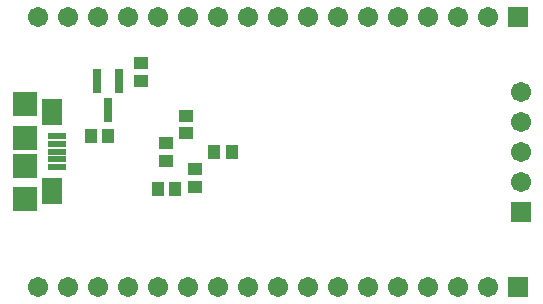
<source format=gbs>
G04*
G04 #@! TF.GenerationSoftware,Altium Limited,Altium Designer,22.4.2 (48)*
G04*
G04 Layer_Color=16711935*
%FSLAX26Y26*%
%MOIN*%
G70*
G04*
G04 #@! TF.SameCoordinates,6CEC26E3-1FB6-4E6F-AFBB-73261986176E*
G04*
G04*
G04 #@! TF.FilePolarity,Negative*
G04*
G01*
G75*
%ADD20R,0.039496X0.045402*%
%ADD21R,0.045402X0.039496*%
%ADD26C,0.067055*%
%ADD27R,0.067055X0.067055*%
%ADD28R,0.067055X0.067055*%
%ADD42R,0.031622X0.078866*%
%ADD43R,0.082677X0.078740*%
%ADD44R,0.061024X0.023622*%
%ADD45R,0.070866X0.090551*%
%ADD46R,0.082677X0.082677*%
D20*
X275591Y602362D02*
D03*
X334646D02*
D03*
X746063Y551181D02*
D03*
X687008D02*
D03*
X558071Y425197D02*
D03*
X499016D02*
D03*
D21*
X442913Y847441D02*
D03*
Y788386D02*
D03*
X593504Y612205D02*
D03*
Y671260D02*
D03*
X527559Y519685D02*
D03*
Y578740D02*
D03*
X625000Y435039D02*
D03*
Y494094D02*
D03*
D26*
X1708661Y751181D02*
D03*
Y651181D02*
D03*
Y551181D02*
D03*
Y451181D02*
D03*
X100000Y1001181D02*
D03*
X200000D02*
D03*
X300000D02*
D03*
X400000D02*
D03*
X500000D02*
D03*
X600000D02*
D03*
X700000D02*
D03*
X800000D02*
D03*
X900000D02*
D03*
X1000000D02*
D03*
X1100000D02*
D03*
X1200000D02*
D03*
X1300000D02*
D03*
X1400000D02*
D03*
X1500000D02*
D03*
X1600000D02*
D03*
Y101181D02*
D03*
X1500000D02*
D03*
X1400000D02*
D03*
X1300000D02*
D03*
X1200000D02*
D03*
X1100000D02*
D03*
X1000000D02*
D03*
X900000D02*
D03*
X800000D02*
D03*
X700000D02*
D03*
X600000D02*
D03*
X500000D02*
D03*
X400000D02*
D03*
X300000D02*
D03*
X200000D02*
D03*
X100000D02*
D03*
D27*
X1708661Y351181D02*
D03*
D28*
X1700000Y1001181D02*
D03*
Y101181D02*
D03*
D42*
X296260Y785433D02*
D03*
X371063D02*
D03*
X333661Y690945D02*
D03*
D43*
X58071Y708661D02*
D03*
Y393701D02*
D03*
D44*
X164370Y525591D02*
D03*
Y602362D02*
D03*
Y576772D02*
D03*
Y551181D02*
D03*
Y500000D02*
D03*
D45*
X146654Y683071D02*
D03*
Y419291D02*
D03*
D46*
X58071Y503937D02*
D03*
Y598425D02*
D03*
M02*

</source>
